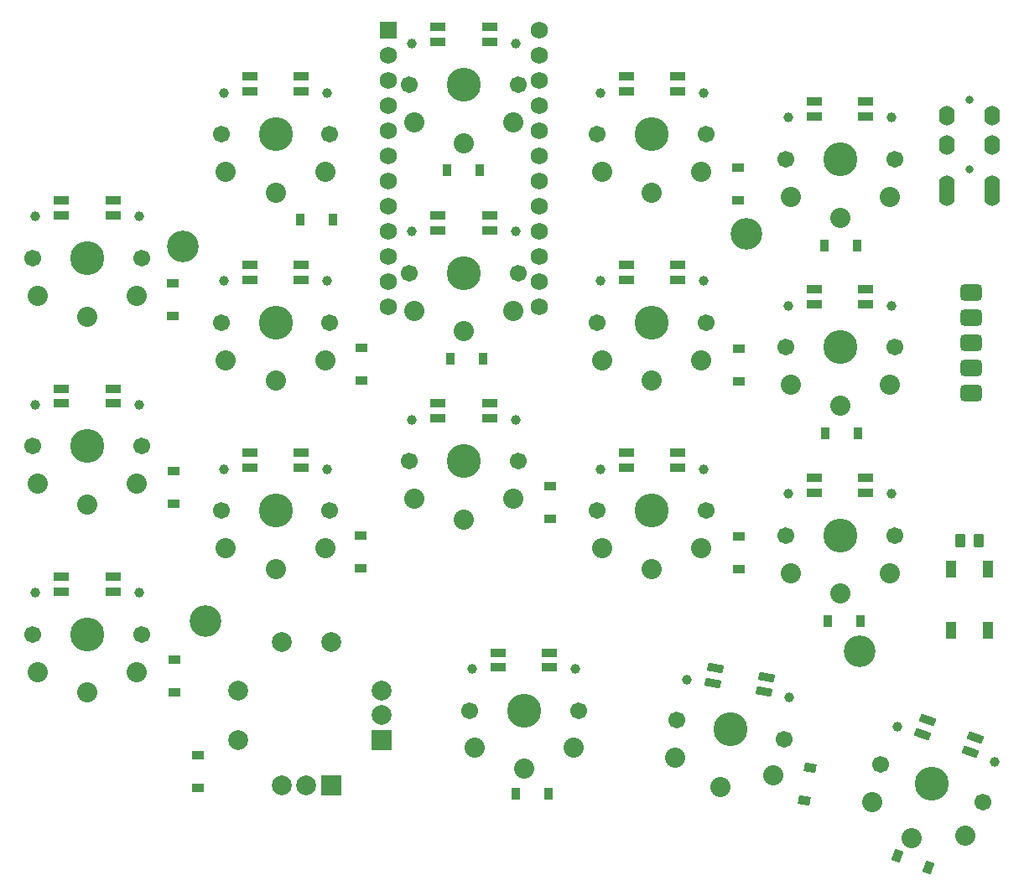
<source format=gbr>
%TF.GenerationSoftware,KiCad,Pcbnew,(6.0.5)*%
%TF.CreationDate,2022-11-22T22:37:01-08:00*%
%TF.ProjectId,bgkeeb,62676b65-6562-42e6-9b69-6361645f7063,rev?*%
%TF.SameCoordinates,Original*%
%TF.FileFunction,Soldermask,Bot*%
%TF.FilePolarity,Negative*%
%FSLAX46Y46*%
G04 Gerber Fmt 4.6, Leading zero omitted, Abs format (unit mm)*
G04 Created by KiCad (PCBNEW (6.0.5)) date 2022-11-22 22:37:01*
%MOMM*%
%LPD*%
G01*
G04 APERTURE LIST*
G04 Aperture macros list*
%AMRoundRect*
0 Rectangle with rounded corners*
0 $1 Rounding radius*
0 $2 $3 $4 $5 $6 $7 $8 $9 X,Y pos of 4 corners*
0 Add a 4 corners polygon primitive as box body*
4,1,4,$2,$3,$4,$5,$6,$7,$8,$9,$2,$3,0*
0 Add four circle primitives for the rounded corners*
1,1,$1+$1,$2,$3*
1,1,$1+$1,$4,$5*
1,1,$1+$1,$6,$7*
1,1,$1+$1,$8,$9*
0 Add four rect primitives between the rounded corners*
20,1,$1+$1,$2,$3,$4,$5,0*
20,1,$1+$1,$4,$5,$6,$7,0*
20,1,$1+$1,$6,$7,$8,$9,0*
20,1,$1+$1,$8,$9,$2,$3,0*%
%AMRotRect*
0 Rectangle, with rotation*
0 The origin of the aperture is its center*
0 $1 length*
0 $2 width*
0 $3 Rotation angle, in degrees counterclockwise*
0 Add horizontal line*
21,1,$1,$2,0,0,$3*%
G04 Aperture macros list end*
%ADD10RoundRect,0.082000X0.718000X-0.328000X0.718000X0.328000X-0.718000X0.328000X-0.718000X-0.328000X0*%
%ADD11RoundRect,0.082000X0.650135X-0.447696X0.764049X0.198338X-0.650135X0.447696X-0.764049X-0.198338X0*%
%ADD12C,3.429000*%
%ADD13C,0.990600*%
%ADD14C,1.701800*%
%ADD15C,2.032000*%
%ADD16R,1.752600X1.752600*%
%ADD17C,1.752600*%
%ADD18R,2.000000X2.000000*%
%ADD19C,2.000000*%
%ADD20C,3.200000*%
%ADD21C,0.800000*%
%ADD22O,1.600000X2.000000*%
%ADD23RoundRect,0.082000X0.562517X-0.553790X0.786882X0.062649X-0.562517X0.553790X-0.786882X-0.062649X0*%
%ADD24R,1.200000X0.900000*%
%ADD25R,0.900000X1.200000*%
%ADD26RotRect,0.900000X1.200000X80.000000*%
%ADD27RotRect,0.900000X1.200000X340.000000*%
%ADD28RoundRect,0.425000X0.675000X0.425000X-0.675000X0.425000X-0.675000X-0.425000X0.675000X-0.425000X0*%
%ADD29RoundRect,0.425000X0.675000X-0.425000X0.675000X0.425000X-0.675000X0.425000X-0.675000X-0.425000X0*%
%ADD30RoundRect,0.250000X-0.262500X-0.450000X0.262500X-0.450000X0.262500X0.450000X-0.262500X0.450000X0*%
%ADD31R,1.100000X1.800000*%
G04 APERTURE END LIST*
D10*
%TO.C,D47*%
X82597588Y-41196489D03*
X82597588Y-39696489D03*
X77397588Y-39696489D03*
X77397588Y-41196489D03*
%TD*%
%TO.C,D48*%
X101597587Y-36196489D03*
X101597587Y-34696489D03*
X96397587Y-34696489D03*
X96397587Y-36196489D03*
%TD*%
%TO.C,D54*%
X139597585Y-43696490D03*
X139597585Y-42196490D03*
X134397585Y-42196490D03*
X134397585Y-43696490D03*
%TD*%
%TO.C,D55*%
X139597585Y-62696489D03*
X139597585Y-61196489D03*
X134397585Y-61196489D03*
X134397585Y-62696489D03*
%TD*%
%TO.C,D42*%
X63597589Y-72696487D03*
X63597589Y-71196487D03*
X58397589Y-71196487D03*
X58397589Y-72696487D03*
%TD*%
%TO.C,D46*%
X82597588Y-60196488D03*
X82597588Y-58696488D03*
X77397588Y-58696488D03*
X77397588Y-60196488D03*
%TD*%
%TO.C,D49*%
X101597587Y-55196488D03*
X101597587Y-53696488D03*
X96397587Y-53696488D03*
X96397587Y-55196488D03*
%TD*%
%TO.C,D53*%
X120597586Y-41196489D03*
X120597586Y-39696489D03*
X115397586Y-39696489D03*
X115397586Y-41196489D03*
%TD*%
%TO.C,D56*%
X139597585Y-81696488D03*
X139597585Y-80196488D03*
X134397585Y-80196488D03*
X134397585Y-81696488D03*
%TD*%
%TO.C,D43*%
X63597588Y-91696486D03*
X63597588Y-90196486D03*
X58397588Y-90196486D03*
X58397588Y-91696486D03*
%TD*%
%TO.C,D50*%
X101597586Y-74196488D03*
X101597586Y-72696488D03*
X96397586Y-72696488D03*
X96397586Y-74196488D03*
%TD*%
%TO.C,D57*%
X107678593Y-99384405D03*
X107678593Y-97884405D03*
X102478593Y-97884405D03*
X102478593Y-99384405D03*
%TD*%
D11*
%TO.C,D59*%
X129276071Y-101828025D03*
X129536543Y-100350813D03*
X124415543Y-99447843D03*
X124155070Y-100925054D03*
%TD*%
D12*
%TO.C,SW2*%
X79997588Y-45526488D03*
D13*
X74777588Y-41326488D03*
D14*
X85497588Y-45526488D03*
D13*
X85217588Y-41326488D03*
D14*
X74497588Y-45526488D03*
D15*
X79997588Y-51426488D03*
X84997588Y-49326488D03*
X74997588Y-49326488D03*
%TD*%
D13*
%TO.C,SW3*%
X104217587Y-36326488D03*
X93777587Y-36326488D03*
D14*
X93497587Y-40526488D03*
X104497587Y-40526488D03*
D12*
X98997587Y-40526488D03*
D15*
X98997587Y-46426488D03*
X93997587Y-44326488D03*
X103997587Y-44326488D03*
%TD*%
D13*
%TO.C,SW4*%
X123217586Y-41326488D03*
D12*
X117997586Y-45526488D03*
D13*
X112777586Y-41326488D03*
D14*
X123497586Y-45526488D03*
X112497586Y-45526488D03*
D15*
X117997586Y-51426488D03*
X112997586Y-49326488D03*
X122997586Y-49326488D03*
%TD*%
D14*
%TO.C,SW5*%
X131497585Y-48026489D03*
X142497585Y-48026489D03*
D13*
X131777585Y-43826489D03*
D12*
X136997585Y-48026489D03*
D13*
X142217585Y-43826489D03*
D15*
X136997585Y-53926489D03*
X131997585Y-51826489D03*
X141997585Y-51826489D03*
%TD*%
D14*
%TO.C,SW11*%
X66497589Y-77026486D03*
D13*
X66217589Y-72826486D03*
D14*
X55497589Y-77026486D03*
D13*
X55777589Y-72826486D03*
D12*
X60997589Y-77026486D03*
D15*
X60997589Y-82926486D03*
X65997589Y-80826486D03*
X55997589Y-80826486D03*
%TD*%
D14*
%TO.C,SW12*%
X74497588Y-64526487D03*
D13*
X85217588Y-60326487D03*
D12*
X79997588Y-64526487D03*
D14*
X85497588Y-64526487D03*
D13*
X74777588Y-60326487D03*
D15*
X79997588Y-70426487D03*
X84997588Y-68326487D03*
X74997588Y-68326487D03*
%TD*%
D13*
%TO.C,SW13*%
X93777587Y-55326487D03*
X104217587Y-55326487D03*
D14*
X104497587Y-59526487D03*
X93497587Y-59526487D03*
D12*
X98997587Y-59526487D03*
D15*
X98997587Y-65426487D03*
X103997587Y-63326487D03*
X93997587Y-63326487D03*
%TD*%
D12*
%TO.C,SW14*%
X117997586Y-64526487D03*
D14*
X123497586Y-64526487D03*
D13*
X123217586Y-60326487D03*
X112777586Y-60326487D03*
D14*
X112497586Y-64526487D03*
D15*
X117997586Y-70426487D03*
X122997586Y-68326487D03*
X112997586Y-68326487D03*
%TD*%
D14*
%TO.C,SW15*%
X142497585Y-67026488D03*
D13*
X131777585Y-62826488D03*
D14*
X131497585Y-67026488D03*
D12*
X136997585Y-67026488D03*
D13*
X142217585Y-62826488D03*
D15*
X136997585Y-72926488D03*
X141997585Y-70826488D03*
X131997585Y-70826488D03*
%TD*%
D12*
%TO.C,SW21*%
X60997588Y-96026485D03*
D13*
X66217588Y-91826485D03*
D14*
X55497588Y-96026485D03*
D13*
X55777588Y-91826485D03*
D14*
X66497588Y-96026485D03*
D15*
X60997588Y-101926485D03*
X55997588Y-99826485D03*
X65997588Y-99826485D03*
%TD*%
D14*
%TO.C,SW22*%
X74497587Y-83526486D03*
X85497587Y-83526486D03*
D13*
X74777587Y-79326486D03*
D12*
X79997587Y-83526486D03*
D13*
X85217587Y-79326486D03*
D15*
X79997587Y-89426486D03*
X74997587Y-87326486D03*
X84997587Y-87326486D03*
%TD*%
D13*
%TO.C,SW23*%
X93777586Y-74326487D03*
D14*
X104497586Y-78526487D03*
D12*
X98997586Y-78526487D03*
D13*
X104217586Y-74326487D03*
D14*
X93497586Y-78526487D03*
D15*
X98997586Y-84426487D03*
X93997586Y-82326487D03*
X103997586Y-82326487D03*
%TD*%
D14*
%TO.C,SW24*%
X112497586Y-83526487D03*
D13*
X112777586Y-79326487D03*
D14*
X123497586Y-83526487D03*
D12*
X117997586Y-83526487D03*
D13*
X123217586Y-79326487D03*
D15*
X117997586Y-89426487D03*
X122997586Y-87326487D03*
X112997586Y-87326487D03*
%TD*%
D14*
%TO.C,SW25*%
X131497585Y-86026487D03*
X142497585Y-86026487D03*
D13*
X142217585Y-81826487D03*
D12*
X136997585Y-86026487D03*
D13*
X131777585Y-81826487D03*
D15*
X136997585Y-91926487D03*
X131997585Y-89826487D03*
X141997585Y-89826487D03*
%TD*%
D14*
%TO.C,SW34*%
X120547231Y-104685691D03*
D13*
X121552300Y-100598120D03*
D12*
X125963674Y-105640756D03*
D14*
X131380117Y-106595821D03*
D13*
X131833693Y-102411007D03*
D15*
X124939150Y-111451122D03*
X130227850Y-110251266D03*
X120379772Y-108514785D03*
%TD*%
D13*
%TO.C,SW35*%
X152589795Y-108914592D03*
D14*
X141079806Y-109194845D03*
X151416424Y-112957067D03*
D12*
X146248115Y-111075956D03*
D13*
X142779404Y-105343902D03*
D15*
X144230196Y-116620142D03*
X149646902Y-116356889D03*
X140249975Y-112936687D03*
%TD*%
D12*
%TO.C,SW1*%
X60997589Y-58026487D03*
D13*
X55777589Y-53826487D03*
X66217589Y-53826487D03*
D14*
X66497589Y-58026487D03*
X55497589Y-58026487D03*
D15*
X60997589Y-63926487D03*
X65997589Y-61826487D03*
X55997589Y-61826487D03*
%TD*%
D10*
%TO.C,D41*%
X63597589Y-53696488D03*
X63597589Y-52196488D03*
X58397589Y-52196488D03*
X58397589Y-53696488D03*
%TD*%
%TO.C,D45*%
X82597587Y-79196487D03*
X82597587Y-77696487D03*
X77397587Y-77696487D03*
X77397587Y-79196487D03*
%TD*%
D16*
%TO.C,U1*%
X91369593Y-34978404D03*
D17*
X91369593Y-37518404D03*
X91369593Y-40058404D03*
X91369593Y-42598404D03*
X91369593Y-45138404D03*
X91369593Y-47678404D03*
X91369593Y-50218404D03*
X91369593Y-52758404D03*
X91369593Y-55298404D03*
X91369593Y-57838404D03*
X91369593Y-60378404D03*
X91369593Y-62918404D03*
X106609593Y-62918404D03*
X106609593Y-60378404D03*
X106609593Y-57838404D03*
X106609593Y-55298404D03*
X106609593Y-52758404D03*
X106609593Y-50218404D03*
X106609593Y-47678404D03*
X106609593Y-45138404D03*
X106609593Y-42598404D03*
X106609593Y-40058404D03*
X106609593Y-37518404D03*
X106609593Y-34978404D03*
%TD*%
D18*
%TO.C,SW42*%
X90741593Y-106693404D03*
D19*
X90741593Y-101693404D03*
X90741593Y-104193404D03*
X76241593Y-101693404D03*
X76241593Y-106693404D03*
%TD*%
D10*
%TO.C,D51*%
X120597586Y-79196488D03*
X120597586Y-77696488D03*
X115397586Y-77696488D03*
X115397586Y-79196488D03*
%TD*%
D14*
%TO.C,SW6*%
X99578593Y-103714404D03*
D13*
X110298593Y-99514404D03*
X99858593Y-99514404D03*
D14*
X110578593Y-103714404D03*
D12*
X105078593Y-103714404D03*
D15*
X105078593Y-109614404D03*
X110078593Y-107514404D03*
X100078593Y-107514404D03*
%TD*%
D20*
%TO.C,*%
X138994593Y-97716404D03*
%TD*%
%TO.C,*%
X72954593Y-94668404D03*
%TD*%
D21*
%TO.C,U3*%
X150043593Y-49039404D03*
X150043593Y-42039404D03*
D22*
X147743593Y-51739404D03*
X152343593Y-50639404D03*
X152343593Y-46639404D03*
X152343593Y-43639404D03*
%TD*%
D10*
%TO.C,D52*%
X120597586Y-60196488D03*
X120597586Y-58696488D03*
X115397586Y-58696488D03*
X115397586Y-60196488D03*
%TD*%
D23*
%TO.C,D60*%
X150172263Y-107896340D03*
X150685293Y-106486801D03*
X145798891Y-104708297D03*
X145285861Y-106117836D03*
%TD*%
D20*
%TO.C,*%
X127564593Y-55552404D03*
%TD*%
%TO.C,*%
X70668593Y-56822404D03*
%TD*%
D24*
%TO.C,D1*%
X69665293Y-63857204D03*
X69665293Y-60557204D03*
%TD*%
D25*
%TO.C,D2*%
X85818693Y-54168104D03*
X82518693Y-54168104D03*
%TD*%
%TO.C,D3*%
X97326893Y-49100804D03*
X100626893Y-49100804D03*
%TD*%
D24*
%TO.C,D4*%
X126726393Y-52160504D03*
X126726393Y-48860504D03*
%TD*%
%TO.C,D11*%
X69677993Y-82869104D03*
X69677993Y-79569104D03*
%TD*%
%TO.C,D12*%
X88677193Y-70359604D03*
X88677193Y-67059604D03*
%TD*%
D25*
%TO.C,D13*%
X97631693Y-68201604D03*
X100931693Y-68201604D03*
%TD*%
D24*
%TO.C,D14*%
X126802593Y-70448504D03*
X126802593Y-67148504D03*
%TD*%
D25*
%TO.C,D15*%
X135477693Y-75694604D03*
X138777693Y-75694604D03*
%TD*%
D24*
%TO.C,D21*%
X69779593Y-101919104D03*
X69779593Y-98619104D03*
%TD*%
%TO.C,D22*%
X88613693Y-89371504D03*
X88613693Y-86071504D03*
%TD*%
%TO.C,D23*%
X107752593Y-84367704D03*
X107752593Y-81067704D03*
%TD*%
%TO.C,D24*%
X126739093Y-89396904D03*
X126739093Y-86096904D03*
%TD*%
D25*
%TO.C,D25*%
X135757093Y-94693804D03*
X139057093Y-94693804D03*
%TD*%
D26*
%TO.C,D34*%
X133374074Y-112790637D03*
X133947112Y-109540771D03*
%TD*%
D27*
%TO.C,D35*%
X142778100Y-118424571D03*
X145879086Y-119553237D03*
%TD*%
D28*
%TO.C,J1*%
X150189593Y-61521404D03*
D29*
X150189593Y-64061404D03*
X150189593Y-66601404D03*
X150189593Y-69141404D03*
X150189593Y-71681404D03*
%TD*%
D24*
%TO.C,D81*%
X72192593Y-111558404D03*
X72192593Y-108258404D03*
%TD*%
D25*
%TO.C,D6*%
X104222993Y-112118204D03*
X107522993Y-112118204D03*
%TD*%
D21*
%TO.C,U4*%
X150043593Y-49039404D03*
X150043593Y-42039404D03*
D22*
X152343593Y-51739404D03*
X147743593Y-50639404D03*
X147743593Y-46639404D03*
X147743593Y-43639404D03*
%TD*%
D18*
%TO.C,SW7*%
X85614593Y-111312404D03*
D19*
X80614593Y-111312404D03*
X83114593Y-111312404D03*
X80614593Y-96812404D03*
X85614593Y-96812404D03*
%TD*%
D25*
%TO.C,D5*%
X135452293Y-56733504D03*
X138752293Y-56733504D03*
%TD*%
D30*
%TO.C,R1*%
X149131093Y-86540404D03*
X150956093Y-86540404D03*
%TD*%
D31*
%TO.C,SW8*%
X151893593Y-95634804D03*
X148193593Y-89434804D03*
X148193593Y-95634804D03*
X151893593Y-89434804D03*
%TD*%
M02*

</source>
